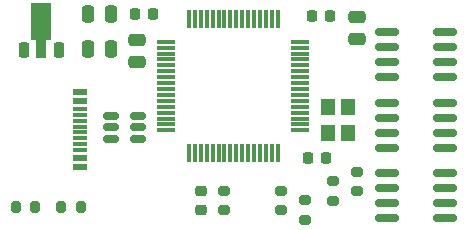
<source format=gbr>
%TF.GenerationSoftware,KiCad,Pcbnew,8.0.0*%
%TF.CreationDate,2024-03-25T21:44:05+01:00*%
%TF.ProjectId,expander-hw,65787061-6e64-4657-922d-68772e6b6963,rev?*%
%TF.SameCoordinates,Original*%
%TF.FileFunction,Paste,Top*%
%TF.FilePolarity,Positive*%
%FSLAX46Y46*%
G04 Gerber Fmt 4.6, Leading zero omitted, Abs format (unit mm)*
G04 Created by KiCad (PCBNEW 8.0.0) date 2024-03-25 21:44:05*
%MOMM*%
%LPD*%
G01*
G04 APERTURE LIST*
G04 Aperture macros list*
%AMRoundRect*
0 Rectangle with rounded corners*
0 $1 Rounding radius*
0 $2 $3 $4 $5 $6 $7 $8 $9 X,Y pos of 4 corners*
0 Add a 4 corners polygon primitive as box body*
4,1,4,$2,$3,$4,$5,$6,$7,$8,$9,$2,$3,0*
0 Add four circle primitives for the rounded corners*
1,1,$1+$1,$2,$3*
1,1,$1+$1,$4,$5*
1,1,$1+$1,$6,$7*
1,1,$1+$1,$8,$9*
0 Add four rect primitives between the rounded corners*
20,1,$1+$1,$2,$3,$4,$5,0*
20,1,$1+$1,$4,$5,$6,$7,0*
20,1,$1+$1,$6,$7,$8,$9,0*
20,1,$1+$1,$8,$9,$2,$3,0*%
%AMFreePoly0*
4,1,9,3.862500,-0.866500,0.737500,-0.866500,0.737500,-0.450000,-0.737500,-0.450000,-0.737500,0.450000,0.737500,0.450000,0.737500,0.866500,3.862500,0.866500,3.862500,-0.866500,3.862500,-0.866500,$1*%
G04 Aperture macros list end*
%ADD10RoundRect,0.225000X0.225000X0.250000X-0.225000X0.250000X-0.225000X-0.250000X0.225000X-0.250000X0*%
%ADD11RoundRect,0.250000X-0.250000X-0.475000X0.250000X-0.475000X0.250000X0.475000X-0.250000X0.475000X0*%
%ADD12RoundRect,0.250000X-0.475000X0.250000X-0.475000X-0.250000X0.475000X-0.250000X0.475000X0.250000X0*%
%ADD13R,1.240000X0.600000*%
%ADD14R,1.240000X0.300000*%
%ADD15R,1.200000X1.400000*%
%ADD16RoundRect,0.200000X0.200000X0.275000X-0.200000X0.275000X-0.200000X-0.275000X0.200000X-0.275000X0*%
%ADD17RoundRect,0.200000X-0.275000X0.200000X-0.275000X-0.200000X0.275000X-0.200000X0.275000X0.200000X0*%
%ADD18RoundRect,0.200000X0.275000X-0.200000X0.275000X0.200000X-0.275000X0.200000X-0.275000X-0.200000X0*%
%ADD19RoundRect,0.250000X0.475000X-0.250000X0.475000X0.250000X-0.475000X0.250000X-0.475000X-0.250000X0*%
%ADD20RoundRect,0.225000X-0.225000X-0.250000X0.225000X-0.250000X0.225000X0.250000X-0.225000X0.250000X0*%
%ADD21RoundRect,0.225000X0.225000X-0.425000X0.225000X0.425000X-0.225000X0.425000X-0.225000X-0.425000X0*%
%ADD22FreePoly0,90.000000*%
%ADD23RoundRect,0.150000X-0.825000X-0.150000X0.825000X-0.150000X0.825000X0.150000X-0.825000X0.150000X0*%
%ADD24RoundRect,0.150000X0.512500X0.150000X-0.512500X0.150000X-0.512500X-0.150000X0.512500X-0.150000X0*%
%ADD25RoundRect,0.225000X-0.250000X0.225000X-0.250000X-0.225000X0.250000X-0.225000X0.250000X0.225000X0*%
%ADD26RoundRect,0.075000X0.700000X0.075000X-0.700000X0.075000X-0.700000X-0.075000X0.700000X-0.075000X0*%
%ADD27RoundRect,0.075000X0.075000X0.700000X-0.075000X0.700000X-0.075000X-0.700000X0.075000X-0.700000X0*%
G04 APERTURE END LIST*
D10*
%TO.C,C4*%
X121975000Y-93400000D03*
X120425000Y-93400000D03*
%TD*%
D11*
%TO.C,C8*%
X116450000Y-93400000D03*
X118350000Y-93400000D03*
%TD*%
D12*
%TO.C,C7*%
X120600000Y-95600000D03*
X120600000Y-97500000D03*
%TD*%
D13*
%TO.C,J2*%
X115800000Y-99980000D03*
X115800000Y-100780000D03*
D14*
X115800000Y-101930000D03*
X115800000Y-102930000D03*
X115800000Y-103430000D03*
X115800000Y-104430000D03*
D13*
X115800000Y-105580000D03*
X115800000Y-106380000D03*
X115800000Y-106380000D03*
X115800000Y-105580000D03*
D14*
X115800000Y-104930000D03*
X115800000Y-103930000D03*
X115800000Y-102430000D03*
X115800000Y-101430000D03*
D13*
X115800000Y-100780000D03*
X115800000Y-99980000D03*
%TD*%
D15*
%TO.C,X1*%
X138450000Y-103500000D03*
X138450000Y-101300000D03*
X136750000Y-101300000D03*
X136750000Y-103500000D03*
%TD*%
D16*
%TO.C,R2*%
X115825000Y-109750000D03*
X114175000Y-109750000D03*
%TD*%
D17*
%TO.C,R4*%
X132800000Y-108375000D03*
X132800000Y-110025000D03*
%TD*%
D16*
%TO.C,R1*%
X111987500Y-109750000D03*
X110337500Y-109750000D03*
%TD*%
D18*
%TO.C,R7*%
X128000000Y-110025000D03*
X128000000Y-108375000D03*
%TD*%
D19*
%TO.C,C6*%
X139200000Y-95550000D03*
X139200000Y-93650000D03*
%TD*%
D20*
%TO.C,C2*%
X135050000Y-105600000D03*
X136600000Y-105600000D03*
%TD*%
D21*
%TO.C,U3*%
X111000000Y-96450000D03*
D22*
X112500000Y-96362500D03*
D21*
X114000000Y-96450000D03*
%TD*%
D23*
%TO.C,U6*%
X141725000Y-106895000D03*
X141725000Y-108165000D03*
X141725000Y-109435000D03*
X141725000Y-110705000D03*
X146675000Y-110705000D03*
X146675000Y-109435000D03*
X146675000Y-108165000D03*
X146675000Y-106895000D03*
%TD*%
%TO.C,U2*%
X141725000Y-100895000D03*
X141725000Y-102165000D03*
X141725000Y-103435000D03*
X141725000Y-104705000D03*
X146675000Y-104705000D03*
X146675000Y-103435000D03*
X146675000Y-102165000D03*
X146675000Y-100895000D03*
%TD*%
D11*
%TO.C,C5*%
X116450000Y-96400000D03*
X118350000Y-96400000D03*
%TD*%
D18*
%TO.C,R6*%
X139200000Y-108425000D03*
X139200000Y-106775000D03*
%TD*%
%TO.C,R5*%
X137200000Y-109225000D03*
X137200000Y-107575000D03*
%TD*%
D20*
%TO.C,C3*%
X135425000Y-93600000D03*
X136975000Y-93600000D03*
%TD*%
D24*
%TO.C,U5*%
X120637500Y-103950000D03*
X120637500Y-103000000D03*
X120637500Y-102050000D03*
X118362500Y-102050000D03*
X118362500Y-103000000D03*
X118362500Y-103950000D03*
%TD*%
D23*
%TO.C,U4*%
X141725000Y-94895000D03*
X141725000Y-96165000D03*
X141725000Y-97435000D03*
X141725000Y-98705000D03*
X146675000Y-98705000D03*
X146675000Y-97435000D03*
X146675000Y-96165000D03*
X146675000Y-94895000D03*
%TD*%
D25*
%TO.C,C1*%
X126000000Y-108425000D03*
X126000000Y-109975000D03*
%TD*%
D17*
%TO.C,R3*%
X134800000Y-109175000D03*
X134800000Y-110825000D03*
%TD*%
D26*
%TO.C,U1*%
X134425000Y-103250000D03*
X134425000Y-102750000D03*
X134425000Y-102250000D03*
X134425000Y-101750000D03*
X134425000Y-101250000D03*
X134425000Y-100750000D03*
X134425000Y-100250000D03*
X134425000Y-99750000D03*
X134425000Y-99250000D03*
X134425000Y-98750000D03*
X134425000Y-98250000D03*
X134425000Y-97750000D03*
X134425000Y-97250000D03*
X134425000Y-96750000D03*
X134425000Y-96250000D03*
X134425000Y-95750000D03*
D27*
X132500000Y-93825000D03*
X132000000Y-93825000D03*
X131500000Y-93825000D03*
X131000000Y-93825000D03*
X130500000Y-93825000D03*
X130000000Y-93825000D03*
X129500000Y-93825000D03*
X129000000Y-93825000D03*
X128500000Y-93825000D03*
X128000000Y-93825000D03*
X127500000Y-93825000D03*
X127000000Y-93825000D03*
X126500000Y-93825000D03*
X126000000Y-93825000D03*
X125500000Y-93825000D03*
X125000000Y-93825000D03*
D26*
X123075000Y-95750000D03*
X123075000Y-96250000D03*
X123075000Y-96750000D03*
X123075000Y-97250000D03*
X123075000Y-97750000D03*
X123075000Y-98250000D03*
X123075000Y-98750000D03*
X123075000Y-99250000D03*
X123075000Y-99750000D03*
X123075000Y-100250000D03*
X123075000Y-100750000D03*
X123075000Y-101250000D03*
X123075000Y-101750000D03*
X123075000Y-102250000D03*
X123075000Y-102750000D03*
X123075000Y-103250000D03*
D27*
X125000000Y-105175000D03*
X125500000Y-105175000D03*
X126000000Y-105175000D03*
X126500000Y-105175000D03*
X127000000Y-105175000D03*
X127500000Y-105175000D03*
X128000000Y-105175000D03*
X128500000Y-105175000D03*
X129000000Y-105175000D03*
X129500000Y-105175000D03*
X130000000Y-105175000D03*
X130500000Y-105175000D03*
X131000000Y-105175000D03*
X131500000Y-105175000D03*
X132000000Y-105175000D03*
X132500000Y-105175000D03*
%TD*%
M02*

</source>
